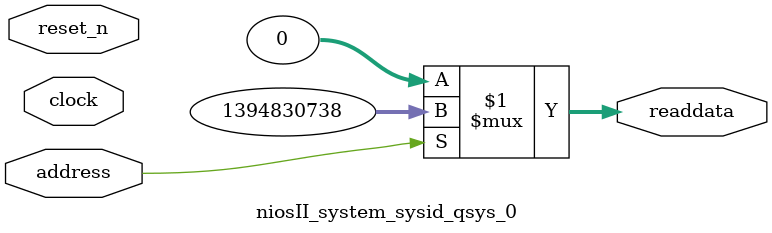
<source format=v>

`timescale 1ns / 1ps
// synthesis translate_on

// turn off superfluous verilog processor warnings 
// altera message_level Level1 
// altera message_off 10034 10035 10036 10037 10230 10240 10030 

module niosII_system_sysid_qsys_0 (
               // inputs:
                address,
                clock,
                reset_n,

               // outputs:
                readdata
             )
;

  output  [ 31: 0] readdata;
  input            address;
  input            clock;
  input            reset_n;

  wire    [ 31: 0] readdata;
  //control_slave, which is an e_avalon_slave
  assign readdata = address ? 1394830738 : 0;

endmodule




</source>
